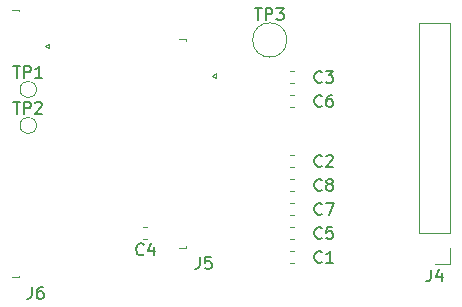
<source format=gbr>
%TF.GenerationSoftware,KiCad,Pcbnew,(5.1.6)-1*%
%TF.CreationDate,2020-05-23T23:32:43+08:00*%
%TF.ProjectId,ePap,65506170-2e6b-4696-9361-645f70636258,rev?*%
%TF.SameCoordinates,Original*%
%TF.FileFunction,Legend,Top*%
%TF.FilePolarity,Positive*%
%FSLAX46Y46*%
G04 Gerber Fmt 4.6, Leading zero omitted, Abs format (unit mm)*
G04 Created by KiCad (PCBNEW (5.1.6)-1) date 2020-05-23 23:32:43*
%MOMM*%
%LPD*%
G01*
G04 APERTURE LIST*
%ADD10C,0.120000*%
%ADD11C,0.150000*%
G04 APERTURE END LIST*
D10*
%TO.C,J4*%
X137728000Y-87316000D02*
X135068000Y-87316000D01*
X137728000Y-105156000D02*
X137728000Y-87316000D01*
X135068000Y-105156000D02*
X135068000Y-87316000D01*
X137728000Y-105156000D02*
X135068000Y-105156000D01*
X137728000Y-106426000D02*
X137728000Y-107756000D01*
X137728000Y-107756000D02*
X136398000Y-107756000D01*
%TO.C,C1*%
X124147733Y-107698000D02*
X124490267Y-107698000D01*
X124147733Y-106678000D02*
X124490267Y-106678000D01*
%TO.C,C2*%
X124147733Y-99570000D02*
X124490267Y-99570000D01*
X124147733Y-98550000D02*
X124490267Y-98550000D01*
%TO.C,C3*%
X124147733Y-92458000D02*
X124490267Y-92458000D01*
X124147733Y-91438000D02*
X124490267Y-91438000D01*
%TO.C,C4*%
X111729733Y-104646000D02*
X112072267Y-104646000D01*
X111729733Y-105666000D02*
X112072267Y-105666000D01*
%TO.C,C5*%
X124147733Y-105666000D02*
X124490267Y-105666000D01*
X124147733Y-104646000D02*
X124490267Y-104646000D01*
%TO.C,C6*%
X124147733Y-93470000D02*
X124490267Y-93470000D01*
X124147733Y-94490000D02*
X124490267Y-94490000D01*
%TO.C,C7*%
X124147733Y-102614000D02*
X124490267Y-102614000D01*
X124147733Y-103634000D02*
X124490267Y-103634000D01*
%TO.C,C8*%
X124147733Y-100582000D02*
X124490267Y-100582000D01*
X124147733Y-101602000D02*
X124490267Y-101602000D01*
%TO.C,J5*%
X115308000Y-88821000D02*
X115308000Y-88711000D01*
X115308000Y-88711000D02*
X114708000Y-88711000D01*
X115308000Y-106251000D02*
X115308000Y-106361000D01*
X115308000Y-106361000D02*
X114708000Y-106361000D01*
X117898000Y-91586000D02*
X117498000Y-91786000D01*
X117498000Y-91786000D02*
X117898000Y-91986000D01*
X117898000Y-91986000D02*
X117898000Y-91586000D01*
%TO.C,J6*%
X103770000Y-89486000D02*
X103770000Y-89086000D01*
X103370000Y-89286000D02*
X103770000Y-89486000D01*
X103770000Y-89086000D02*
X103370000Y-89286000D01*
X101180000Y-108861000D02*
X100580000Y-108861000D01*
X101180000Y-108751000D02*
X101180000Y-108861000D01*
X101180000Y-86211000D02*
X100580000Y-86211000D01*
X101180000Y-86321000D02*
X101180000Y-86211000D01*
%TO.C,TP1*%
X102681000Y-92964000D02*
G75*
G03*
X102681000Y-92964000I-700000J0D01*
G01*
%TO.C,TP2*%
X102681000Y-96012000D02*
G75*
G03*
X102681000Y-96012000I-700000J0D01*
G01*
%TO.C,TP3*%
X123878000Y-88773000D02*
G75*
G03*
X123878000Y-88773000I-1450000J0D01*
G01*
%TO.C,J4*%
D11*
X136064666Y-108208380D02*
X136064666Y-108922666D01*
X136017047Y-109065523D01*
X135921809Y-109160761D01*
X135778952Y-109208380D01*
X135683714Y-109208380D01*
X136969428Y-108541714D02*
X136969428Y-109208380D01*
X136731333Y-108160761D02*
X136493238Y-108875047D01*
X137112285Y-108875047D01*
%TO.C,C1*%
X126833333Y-107545142D02*
X126785714Y-107592761D01*
X126642857Y-107640380D01*
X126547619Y-107640380D01*
X126404761Y-107592761D01*
X126309523Y-107497523D01*
X126261904Y-107402285D01*
X126214285Y-107211809D01*
X126214285Y-107068952D01*
X126261904Y-106878476D01*
X126309523Y-106783238D01*
X126404761Y-106688000D01*
X126547619Y-106640380D01*
X126642857Y-106640380D01*
X126785714Y-106688000D01*
X126833333Y-106735619D01*
X127785714Y-107640380D02*
X127214285Y-107640380D01*
X127500000Y-107640380D02*
X127500000Y-106640380D01*
X127404761Y-106783238D01*
X127309523Y-106878476D01*
X127214285Y-106926095D01*
%TO.C,C2*%
X126833333Y-99417142D02*
X126785714Y-99464761D01*
X126642857Y-99512380D01*
X126547619Y-99512380D01*
X126404761Y-99464761D01*
X126309523Y-99369523D01*
X126261904Y-99274285D01*
X126214285Y-99083809D01*
X126214285Y-98940952D01*
X126261904Y-98750476D01*
X126309523Y-98655238D01*
X126404761Y-98560000D01*
X126547619Y-98512380D01*
X126642857Y-98512380D01*
X126785714Y-98560000D01*
X126833333Y-98607619D01*
X127214285Y-98607619D02*
X127261904Y-98560000D01*
X127357142Y-98512380D01*
X127595238Y-98512380D01*
X127690476Y-98560000D01*
X127738095Y-98607619D01*
X127785714Y-98702857D01*
X127785714Y-98798095D01*
X127738095Y-98940952D01*
X127166666Y-99512380D01*
X127785714Y-99512380D01*
%TO.C,C3*%
X126833333Y-92305142D02*
X126785714Y-92352761D01*
X126642857Y-92400380D01*
X126547619Y-92400380D01*
X126404761Y-92352761D01*
X126309523Y-92257523D01*
X126261904Y-92162285D01*
X126214285Y-91971809D01*
X126214285Y-91828952D01*
X126261904Y-91638476D01*
X126309523Y-91543238D01*
X126404761Y-91448000D01*
X126547619Y-91400380D01*
X126642857Y-91400380D01*
X126785714Y-91448000D01*
X126833333Y-91495619D01*
X127166666Y-91400380D02*
X127785714Y-91400380D01*
X127452380Y-91781333D01*
X127595238Y-91781333D01*
X127690476Y-91828952D01*
X127738095Y-91876571D01*
X127785714Y-91971809D01*
X127785714Y-92209904D01*
X127738095Y-92305142D01*
X127690476Y-92352761D01*
X127595238Y-92400380D01*
X127309523Y-92400380D01*
X127214285Y-92352761D01*
X127166666Y-92305142D01*
%TO.C,C4*%
X111748333Y-106910142D02*
X111700714Y-106957761D01*
X111557857Y-107005380D01*
X111462619Y-107005380D01*
X111319761Y-106957761D01*
X111224523Y-106862523D01*
X111176904Y-106767285D01*
X111129285Y-106576809D01*
X111129285Y-106433952D01*
X111176904Y-106243476D01*
X111224523Y-106148238D01*
X111319761Y-106053000D01*
X111462619Y-106005380D01*
X111557857Y-106005380D01*
X111700714Y-106053000D01*
X111748333Y-106100619D01*
X112605476Y-106338714D02*
X112605476Y-107005380D01*
X112367380Y-105957761D02*
X112129285Y-106672047D01*
X112748333Y-106672047D01*
%TO.C,C5*%
X126833333Y-105513142D02*
X126785714Y-105560761D01*
X126642857Y-105608380D01*
X126547619Y-105608380D01*
X126404761Y-105560761D01*
X126309523Y-105465523D01*
X126261904Y-105370285D01*
X126214285Y-105179809D01*
X126214285Y-105036952D01*
X126261904Y-104846476D01*
X126309523Y-104751238D01*
X126404761Y-104656000D01*
X126547619Y-104608380D01*
X126642857Y-104608380D01*
X126785714Y-104656000D01*
X126833333Y-104703619D01*
X127738095Y-104608380D02*
X127261904Y-104608380D01*
X127214285Y-105084571D01*
X127261904Y-105036952D01*
X127357142Y-104989333D01*
X127595238Y-104989333D01*
X127690476Y-105036952D01*
X127738095Y-105084571D01*
X127785714Y-105179809D01*
X127785714Y-105417904D01*
X127738095Y-105513142D01*
X127690476Y-105560761D01*
X127595238Y-105608380D01*
X127357142Y-105608380D01*
X127261904Y-105560761D01*
X127214285Y-105513142D01*
%TO.C,C6*%
X126833333Y-94337142D02*
X126785714Y-94384761D01*
X126642857Y-94432380D01*
X126547619Y-94432380D01*
X126404761Y-94384761D01*
X126309523Y-94289523D01*
X126261904Y-94194285D01*
X126214285Y-94003809D01*
X126214285Y-93860952D01*
X126261904Y-93670476D01*
X126309523Y-93575238D01*
X126404761Y-93480000D01*
X126547619Y-93432380D01*
X126642857Y-93432380D01*
X126785714Y-93480000D01*
X126833333Y-93527619D01*
X127690476Y-93432380D02*
X127500000Y-93432380D01*
X127404761Y-93480000D01*
X127357142Y-93527619D01*
X127261904Y-93670476D01*
X127214285Y-93860952D01*
X127214285Y-94241904D01*
X127261904Y-94337142D01*
X127309523Y-94384761D01*
X127404761Y-94432380D01*
X127595238Y-94432380D01*
X127690476Y-94384761D01*
X127738095Y-94337142D01*
X127785714Y-94241904D01*
X127785714Y-94003809D01*
X127738095Y-93908571D01*
X127690476Y-93860952D01*
X127595238Y-93813333D01*
X127404761Y-93813333D01*
X127309523Y-93860952D01*
X127261904Y-93908571D01*
X127214285Y-94003809D01*
%TO.C,C7*%
X126833333Y-103481142D02*
X126785714Y-103528761D01*
X126642857Y-103576380D01*
X126547619Y-103576380D01*
X126404761Y-103528761D01*
X126309523Y-103433523D01*
X126261904Y-103338285D01*
X126214285Y-103147809D01*
X126214285Y-103004952D01*
X126261904Y-102814476D01*
X126309523Y-102719238D01*
X126404761Y-102624000D01*
X126547619Y-102576380D01*
X126642857Y-102576380D01*
X126785714Y-102624000D01*
X126833333Y-102671619D01*
X127166666Y-102576380D02*
X127833333Y-102576380D01*
X127404761Y-103576380D01*
%TO.C,C8*%
X126833333Y-101449142D02*
X126785714Y-101496761D01*
X126642857Y-101544380D01*
X126547619Y-101544380D01*
X126404761Y-101496761D01*
X126309523Y-101401523D01*
X126261904Y-101306285D01*
X126214285Y-101115809D01*
X126214285Y-100972952D01*
X126261904Y-100782476D01*
X126309523Y-100687238D01*
X126404761Y-100592000D01*
X126547619Y-100544380D01*
X126642857Y-100544380D01*
X126785714Y-100592000D01*
X126833333Y-100639619D01*
X127404761Y-100972952D02*
X127309523Y-100925333D01*
X127261904Y-100877714D01*
X127214285Y-100782476D01*
X127214285Y-100734857D01*
X127261904Y-100639619D01*
X127309523Y-100592000D01*
X127404761Y-100544380D01*
X127595238Y-100544380D01*
X127690476Y-100592000D01*
X127738095Y-100639619D01*
X127785714Y-100734857D01*
X127785714Y-100782476D01*
X127738095Y-100877714D01*
X127690476Y-100925333D01*
X127595238Y-100972952D01*
X127404761Y-100972952D01*
X127309523Y-101020571D01*
X127261904Y-101068190D01*
X127214285Y-101163428D01*
X127214285Y-101353904D01*
X127261904Y-101449142D01*
X127309523Y-101496761D01*
X127404761Y-101544380D01*
X127595238Y-101544380D01*
X127690476Y-101496761D01*
X127738095Y-101449142D01*
X127785714Y-101353904D01*
X127785714Y-101163428D01*
X127738095Y-101068190D01*
X127690476Y-101020571D01*
X127595238Y-100972952D01*
%TO.C,J5*%
X116506666Y-107148380D02*
X116506666Y-107862666D01*
X116459047Y-108005523D01*
X116363809Y-108100761D01*
X116220952Y-108148380D01*
X116125714Y-108148380D01*
X117459047Y-107148380D02*
X116982857Y-107148380D01*
X116935238Y-107624571D01*
X116982857Y-107576952D01*
X117078095Y-107529333D01*
X117316190Y-107529333D01*
X117411428Y-107576952D01*
X117459047Y-107624571D01*
X117506666Y-107719809D01*
X117506666Y-107957904D01*
X117459047Y-108053142D01*
X117411428Y-108100761D01*
X117316190Y-108148380D01*
X117078095Y-108148380D01*
X116982857Y-108100761D01*
X116935238Y-108053142D01*
%TO.C,J6*%
X102282666Y-109688380D02*
X102282666Y-110402666D01*
X102235047Y-110545523D01*
X102139809Y-110640761D01*
X101996952Y-110688380D01*
X101901714Y-110688380D01*
X103187428Y-109688380D02*
X102996952Y-109688380D01*
X102901714Y-109736000D01*
X102854095Y-109783619D01*
X102758857Y-109926476D01*
X102711238Y-110116952D01*
X102711238Y-110497904D01*
X102758857Y-110593142D01*
X102806476Y-110640761D01*
X102901714Y-110688380D01*
X103092190Y-110688380D01*
X103187428Y-110640761D01*
X103235047Y-110593142D01*
X103282666Y-110497904D01*
X103282666Y-110259809D01*
X103235047Y-110164571D01*
X103187428Y-110116952D01*
X103092190Y-110069333D01*
X102901714Y-110069333D01*
X102806476Y-110116952D01*
X102758857Y-110164571D01*
X102711238Y-110259809D01*
%TO.C,TP1*%
X100719095Y-90968380D02*
X101290523Y-90968380D01*
X101004809Y-91968380D02*
X101004809Y-90968380D01*
X101623857Y-91968380D02*
X101623857Y-90968380D01*
X102004809Y-90968380D01*
X102100047Y-91016000D01*
X102147666Y-91063619D01*
X102195285Y-91158857D01*
X102195285Y-91301714D01*
X102147666Y-91396952D01*
X102100047Y-91444571D01*
X102004809Y-91492190D01*
X101623857Y-91492190D01*
X103147666Y-91968380D02*
X102576238Y-91968380D01*
X102861952Y-91968380D02*
X102861952Y-90968380D01*
X102766714Y-91111238D01*
X102671476Y-91206476D01*
X102576238Y-91254095D01*
%TO.C,TP2*%
X100719095Y-94016380D02*
X101290523Y-94016380D01*
X101004809Y-95016380D02*
X101004809Y-94016380D01*
X101623857Y-95016380D02*
X101623857Y-94016380D01*
X102004809Y-94016380D01*
X102100047Y-94064000D01*
X102147666Y-94111619D01*
X102195285Y-94206857D01*
X102195285Y-94349714D01*
X102147666Y-94444952D01*
X102100047Y-94492571D01*
X102004809Y-94540190D01*
X101623857Y-94540190D01*
X102576238Y-94111619D02*
X102623857Y-94064000D01*
X102719095Y-94016380D01*
X102957190Y-94016380D01*
X103052428Y-94064000D01*
X103100047Y-94111619D01*
X103147666Y-94206857D01*
X103147666Y-94302095D01*
X103100047Y-94444952D01*
X102528619Y-95016380D01*
X103147666Y-95016380D01*
%TO.C,TP3*%
X121166095Y-86077380D02*
X121737523Y-86077380D01*
X121451809Y-87077380D02*
X121451809Y-86077380D01*
X122070857Y-87077380D02*
X122070857Y-86077380D01*
X122451809Y-86077380D01*
X122547047Y-86125000D01*
X122594666Y-86172619D01*
X122642285Y-86267857D01*
X122642285Y-86410714D01*
X122594666Y-86505952D01*
X122547047Y-86553571D01*
X122451809Y-86601190D01*
X122070857Y-86601190D01*
X122975619Y-86077380D02*
X123594666Y-86077380D01*
X123261333Y-86458333D01*
X123404190Y-86458333D01*
X123499428Y-86505952D01*
X123547047Y-86553571D01*
X123594666Y-86648809D01*
X123594666Y-86886904D01*
X123547047Y-86982142D01*
X123499428Y-87029761D01*
X123404190Y-87077380D01*
X123118476Y-87077380D01*
X123023238Y-87029761D01*
X122975619Y-86982142D01*
%TD*%
M02*

</source>
